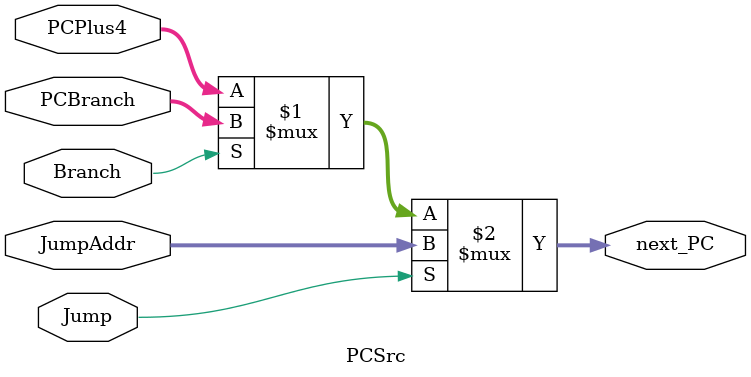
<source format=v>
module PCSrc(
    input wire Branch,         	// Sinal de branch
    input wire Jump,           	// Sinal de jump
  	input wire [31:0] PCPlus4,  // PCPlus4
    input wire [31:0] PCBranch, // PC calculado para branch
  	input wire [31:0] JumpAddr, // Endereço para jump
    output wire [31:0] next_PC  // Próximo PC selecionado
);

assign next_PC = Jump ? JumpAddr: 
                 (Branch ? PCBranch : PCPlus4);

endmodule

</source>
